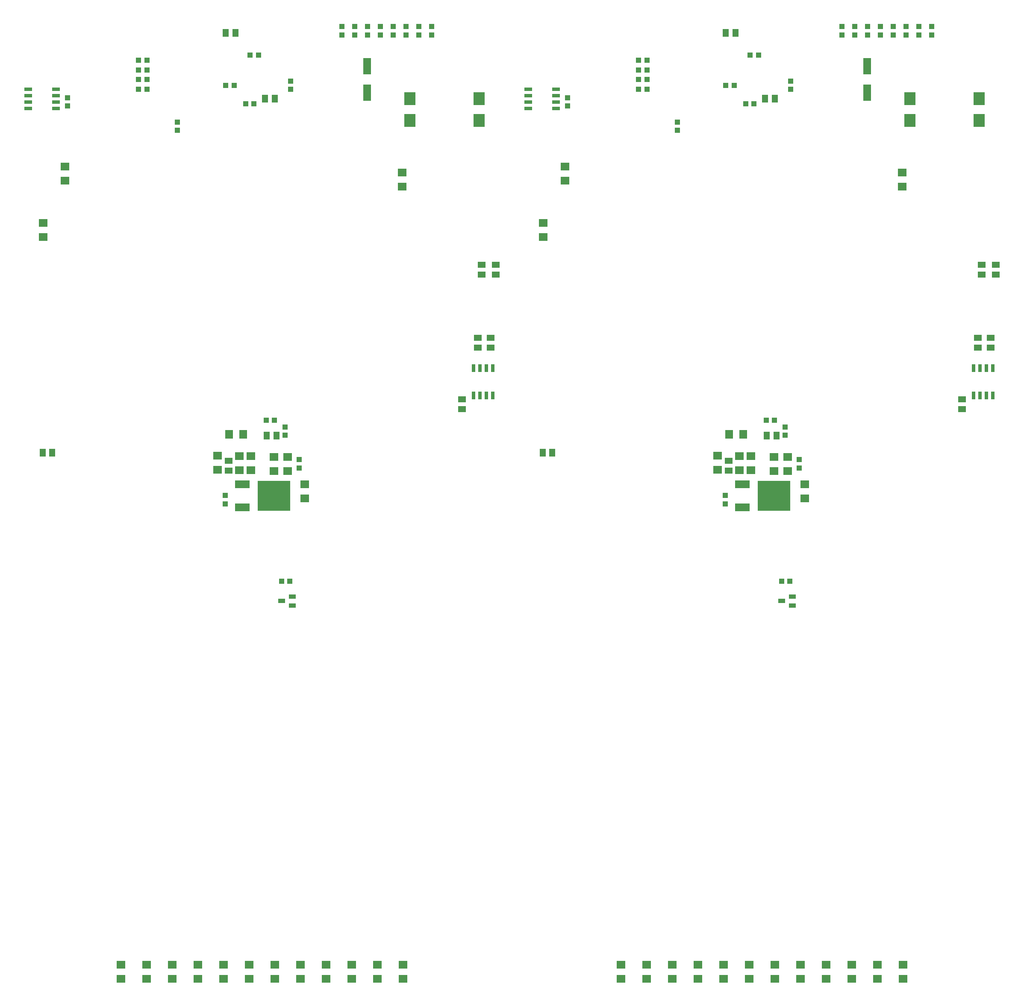
<source format=gbp>
%FSLAX25Y25*%
%MOIN*%
G70*
G01*
G75*
G04 Layer_Color=128*
%ADD10C,0.05000*%
%ADD11R,0.06000X0.05500*%
%ADD12R,0.20000X0.07000*%
%ADD13R,0.10000X0.07000*%
%ADD14R,0.07087X0.06299*%
%ADD15R,0.14500X0.05000*%
%ADD16O,0.07087X0.01181*%
%ADD17O,0.01181X0.07087*%
%ADD18R,0.07087X0.08661*%
%ADD19R,0.01181X0.05118*%
%ADD20R,0.05906X0.05118*%
%ADD21R,0.10630X0.07087*%
%ADD22R,0.05118X0.05906*%
%ADD23R,0.06000X0.08500*%
%ADD24R,0.04331X0.03937*%
%ADD25R,0.03937X0.04331*%
%ADD26R,0.06299X0.07087*%
%ADD27R,0.05600X0.03600*%
%ADD28R,0.06000X0.12500*%
%ADD29R,0.12500X0.06000*%
%ADD30R,0.07000X0.08000*%
%ADD31R,0.09000X0.06500*%
%ADD32C,0.10000*%
%ADD33C,0.05000*%
%ADD34C,0.13000*%
%ADD35C,0.08000*%
%ADD36C,0.01000*%
%ADD37C,0.01200*%
%ADD38C,0.02500*%
%ADD39C,0.02000*%
%ADD40C,0.00800*%
%ADD41C,0.12500*%
G04:AMPARAMS|DCode=42|XSize=55mil|YSize=55mil|CornerRadius=13.75mil|HoleSize=0mil|Usage=FLASHONLY|Rotation=180.000|XOffset=0mil|YOffset=0mil|HoleType=Round|Shape=RoundedRectangle|*
%AMROUNDEDRECTD42*
21,1,0.05500,0.02750,0,0,180.0*
21,1,0.02750,0.05500,0,0,180.0*
1,1,0.02750,-0.01375,0.01375*
1,1,0.02750,0.01375,0.01375*
1,1,0.02750,0.01375,-0.01375*
1,1,0.02750,-0.01375,-0.01375*
%
%ADD42ROUNDEDRECTD42*%
%ADD43C,0.05500*%
G04:AMPARAMS|DCode=44|XSize=50mil|YSize=50mil|CornerRadius=12.5mil|HoleSize=0mil|Usage=FLASHONLY|Rotation=180.000|XOffset=0mil|YOffset=0mil|HoleType=Round|Shape=RoundedRectangle|*
%AMROUNDEDRECTD44*
21,1,0.05000,0.02500,0,0,180.0*
21,1,0.02500,0.05000,0,0,180.0*
1,1,0.02500,-0.01250,0.01250*
1,1,0.02500,0.01250,0.01250*
1,1,0.02500,0.01250,-0.01250*
1,1,0.02500,-0.01250,-0.01250*
%
%ADD44ROUNDEDRECTD44*%
G04:AMPARAMS|DCode=45|XSize=60mil|YSize=60mil|CornerRadius=15mil|HoleSize=0mil|Usage=FLASHONLY|Rotation=90.000|XOffset=0mil|YOffset=0mil|HoleType=Round|Shape=RoundedRectangle|*
%AMROUNDEDRECTD45*
21,1,0.06000,0.03000,0,0,90.0*
21,1,0.03000,0.06000,0,0,90.0*
1,1,0.03000,0.01500,0.01500*
1,1,0.03000,0.01500,-0.01500*
1,1,0.03000,-0.01500,-0.01500*
1,1,0.03000,-0.01500,0.01500*
%
%ADD45ROUNDEDRECTD45*%
%ADD46C,0.06000*%
%ADD47C,0.07500*%
%ADD48C,0.06200*%
%ADD49R,0.06200X0.06200*%
%ADD50C,0.10000*%
%ADD51C,0.23400*%
%ADD52O,0.10000X0.12000*%
%ADD53O,0.06000X0.06400*%
%ADD54R,0.06000X0.06400*%
%ADD55R,0.06200X0.06200*%
%ADD56C,0.08000*%
%ADD57C,0.03000*%
%ADD58R,0.25590X0.23622*%
%ADD59R,0.11800X0.06300*%
%ADD60R,0.02500X0.06000*%
%ADD61R,0.06000X0.02500*%
%ADD62R,0.09000X0.10000*%
%ADD63C,0.03000*%
%ADD64C,0.00984*%
%ADD65C,0.02362*%
%ADD66C,0.01600*%
%ADD67C,0.00787*%
%ADD68C,0.00699*%
%ADD69C,0.01500*%
%ADD70C,0.00500*%
%ADD71R,0.19000X0.55500*%
G04:AMPARAMS|DCode=72|XSize=51.06mil|YSize=51.06mil|CornerRadius=12.77mil|HoleSize=0mil|Usage=FLASHONLY|Rotation=0.000|XOffset=0mil|YOffset=0mil|HoleType=Round|Shape=RoundedRectangle|*
%AMROUNDEDRECTD72*
21,1,0.05106,0.02553,0,0,0.0*
21,1,0.02553,0.05106,0,0,0.0*
1,1,0.02553,0.01277,-0.01277*
1,1,0.02553,-0.01277,-0.01277*
1,1,0.02553,-0.01277,0.01277*
1,1,0.02553,0.01277,0.01277*
%
%ADD72ROUNDEDRECTD72*%
%ADD73C,0.05106*%
%ADD74P,0.09051X4X270.0*%
%ADD75R,0.06000X0.06000*%
%ADD76O,0.10200X0.12200*%
%ADD77P,0.09051X4X360.0*%
%ADD78R,0.06890X0.08465*%
%ADD79R,0.06800X0.06300*%
%ADD80R,0.20800X0.07800*%
%ADD81R,0.10800X0.07800*%
%ADD82R,0.07887X0.07099*%
%ADD83R,0.15300X0.05800*%
%ADD84O,0.07387X0.01481*%
%ADD85O,0.01481X0.07387*%
%ADD86R,0.07874X0.09449*%
%ADD87R,0.01481X0.05418*%
%ADD88R,0.06706X0.05918*%
%ADD89R,0.11430X0.07887*%
%ADD90R,0.05918X0.06706*%
%ADD91R,0.06800X0.09300*%
%ADD92R,0.05131X0.04737*%
%ADD93R,0.04737X0.05131*%
%ADD94R,0.07099X0.07887*%
%ADD95R,0.06400X0.04400*%
%ADD96R,0.06800X0.13300*%
%ADD97R,0.13300X0.06800*%
%ADD98R,0.07800X0.08800*%
%ADD99R,0.09800X0.07300*%
%ADD100C,0.13300*%
G04:AMPARAMS|DCode=101|XSize=63mil|YSize=63mil|CornerRadius=17.75mil|HoleSize=0mil|Usage=FLASHONLY|Rotation=180.000|XOffset=0mil|YOffset=0mil|HoleType=Round|Shape=RoundedRectangle|*
%AMROUNDEDRECTD101*
21,1,0.06300,0.02750,0,0,180.0*
21,1,0.02750,0.06300,0,0,180.0*
1,1,0.03550,-0.01375,0.01375*
1,1,0.03550,0.01375,0.01375*
1,1,0.03550,0.01375,-0.01375*
1,1,0.03550,-0.01375,-0.01375*
%
%ADD101ROUNDEDRECTD101*%
%ADD102C,0.06300*%
%ADD103C,0.05800*%
G04:AMPARAMS|DCode=104|XSize=58mil|YSize=58mil|CornerRadius=16.5mil|HoleSize=0mil|Usage=FLASHONLY|Rotation=180.000|XOffset=0mil|YOffset=0mil|HoleType=Round|Shape=RoundedRectangle|*
%AMROUNDEDRECTD104*
21,1,0.05800,0.02500,0,0,180.0*
21,1,0.02500,0.05800,0,0,180.0*
1,1,0.03300,-0.01250,0.01250*
1,1,0.03300,0.01250,0.01250*
1,1,0.03300,0.01250,-0.01250*
1,1,0.03300,-0.01250,-0.01250*
%
%ADD104ROUNDEDRECTD104*%
G04:AMPARAMS|DCode=105|XSize=68mil|YSize=68mil|CornerRadius=19mil|HoleSize=0mil|Usage=FLASHONLY|Rotation=90.000|XOffset=0mil|YOffset=0mil|HoleType=Round|Shape=RoundedRectangle|*
%AMROUNDEDRECTD105*
21,1,0.06800,0.03000,0,0,90.0*
21,1,0.03000,0.06800,0,0,90.0*
1,1,0.03800,0.01500,0.01500*
1,1,0.03800,0.01500,-0.01500*
1,1,0.03800,-0.01500,-0.01500*
1,1,0.03800,-0.01500,0.01500*
%
%ADD105ROUNDEDRECTD105*%
%ADD106C,0.06800*%
%ADD107C,0.08300*%
%ADD108C,0.07000*%
%ADD109R,0.07000X0.07000*%
%ADD110C,0.10800*%
%ADD111C,0.24200*%
%ADD112O,0.10800X0.12800*%
%ADD113O,0.06800X0.07200*%
%ADD114R,0.06800X0.07200*%
%ADD115R,0.07000X0.07000*%
%ADD116R,0.26391X0.24422*%
%ADD117R,0.12600X0.07100*%
%ADD118R,0.03300X0.06800*%
%ADD119R,0.06800X0.03300*%
%ADD120R,0.09800X0.10800*%
G54D14*
X211000Y471500D02*
D03*
Y460500D02*
D03*
X228000Y471000D02*
D03*
Y460000D02*
D03*
X237000Y471000D02*
D03*
Y460000D02*
D03*
X265500Y470500D02*
D03*
Y459500D02*
D03*
X255000Y470500D02*
D03*
Y459500D02*
D03*
X279000Y449000D02*
D03*
Y438000D02*
D03*
X92000Y686000D02*
D03*
Y697000D02*
D03*
X355000Y692500D02*
D03*
Y681500D02*
D03*
X135500Y62900D02*
D03*
Y73900D02*
D03*
X155500Y62900D02*
D03*
Y73900D02*
D03*
X175500Y62900D02*
D03*
Y73900D02*
D03*
X195500Y62900D02*
D03*
Y73900D02*
D03*
X275500Y62900D02*
D03*
Y73900D02*
D03*
X255500Y62900D02*
D03*
Y73900D02*
D03*
X235500Y62900D02*
D03*
Y73900D02*
D03*
X215500Y62900D02*
D03*
Y73900D02*
D03*
X295500Y62900D02*
D03*
Y73900D02*
D03*
X315500Y62900D02*
D03*
Y73900D02*
D03*
X335500Y62900D02*
D03*
Y73900D02*
D03*
X355500Y62900D02*
D03*
Y73900D02*
D03*
X75000Y642000D02*
D03*
Y653000D02*
D03*
X601000Y471500D02*
D03*
Y460500D02*
D03*
X618000Y471000D02*
D03*
Y460000D02*
D03*
X627000Y471000D02*
D03*
Y460000D02*
D03*
X655500Y470500D02*
D03*
Y459500D02*
D03*
X645000Y470500D02*
D03*
Y459500D02*
D03*
X669000Y449000D02*
D03*
Y438000D02*
D03*
X482000Y686000D02*
D03*
Y697000D02*
D03*
X745000Y692500D02*
D03*
Y681500D02*
D03*
X525500Y62900D02*
D03*
Y73900D02*
D03*
X545500Y62900D02*
D03*
Y73900D02*
D03*
X565500Y62900D02*
D03*
Y73900D02*
D03*
X585500Y62900D02*
D03*
Y73900D02*
D03*
X665500Y62900D02*
D03*
Y73900D02*
D03*
X645500Y62900D02*
D03*
Y73900D02*
D03*
X625500Y62900D02*
D03*
Y73900D02*
D03*
X605500Y62900D02*
D03*
Y73900D02*
D03*
X685500Y62900D02*
D03*
Y73900D02*
D03*
X705500Y62900D02*
D03*
Y73900D02*
D03*
X725500Y62900D02*
D03*
Y73900D02*
D03*
X745500Y62900D02*
D03*
Y73900D02*
D03*
X465000Y642000D02*
D03*
Y653000D02*
D03*
G54D20*
X424000Y563250D02*
D03*
Y555750D02*
D03*
X414000Y563250D02*
D03*
Y555750D02*
D03*
X219500Y467250D02*
D03*
Y459750D02*
D03*
X401500Y507750D02*
D03*
Y515250D02*
D03*
X428000Y620250D02*
D03*
Y612750D02*
D03*
X417000Y620250D02*
D03*
Y612750D02*
D03*
X814000Y563250D02*
D03*
Y555750D02*
D03*
X804000Y563250D02*
D03*
Y555750D02*
D03*
X609500Y467250D02*
D03*
Y459750D02*
D03*
X791500Y507750D02*
D03*
Y515250D02*
D03*
X818000Y620250D02*
D03*
Y612750D02*
D03*
X807000Y620250D02*
D03*
Y612750D02*
D03*
G54D22*
X255550Y750100D02*
D03*
X248050D02*
D03*
X82050Y473600D02*
D03*
X74550D02*
D03*
X249250Y487000D02*
D03*
X256750D02*
D03*
X224750Y801500D02*
D03*
X217250D02*
D03*
X645550Y750100D02*
D03*
X638050D02*
D03*
X472050Y473600D02*
D03*
X464550D02*
D03*
X639250Y487000D02*
D03*
X646750D02*
D03*
X614750Y801500D02*
D03*
X607250D02*
D03*
G54D24*
X248750Y499000D02*
D03*
X255250D02*
D03*
X155750Y757500D02*
D03*
X149250D02*
D03*
X155750Y765000D02*
D03*
X149250D02*
D03*
X155750Y780000D02*
D03*
X149250D02*
D03*
X155750Y772500D02*
D03*
X149250D02*
D03*
X232750Y746000D02*
D03*
X239250D02*
D03*
X217250Y760500D02*
D03*
X223750D02*
D03*
X236250Y784000D02*
D03*
X242750D02*
D03*
X260750Y373500D02*
D03*
X267250D02*
D03*
X638750Y499000D02*
D03*
X645250D02*
D03*
X545750Y757500D02*
D03*
X539250D02*
D03*
X545750Y765000D02*
D03*
X539250D02*
D03*
X545750Y780000D02*
D03*
X539250D02*
D03*
X545750Y772500D02*
D03*
X539250D02*
D03*
X622750Y746000D02*
D03*
X629250D02*
D03*
X607250Y760500D02*
D03*
X613750D02*
D03*
X626250Y784000D02*
D03*
X632750D02*
D03*
X650750Y373500D02*
D03*
X657250D02*
D03*
G54D25*
X274500Y461750D02*
D03*
Y468250D02*
D03*
X217000Y440250D02*
D03*
Y433750D02*
D03*
X337900Y799750D02*
D03*
Y806250D02*
D03*
X327900Y799750D02*
D03*
Y806250D02*
D03*
X317900Y799750D02*
D03*
Y806250D02*
D03*
X307900Y799750D02*
D03*
Y806250D02*
D03*
X377900Y799750D02*
D03*
Y806250D02*
D03*
X367900Y799750D02*
D03*
Y806250D02*
D03*
X357900Y799750D02*
D03*
Y806250D02*
D03*
X347900Y799750D02*
D03*
Y806250D02*
D03*
X179500Y731750D02*
D03*
Y725250D02*
D03*
X263500Y487250D02*
D03*
Y493750D02*
D03*
X268000Y757250D02*
D03*
Y763750D02*
D03*
X94000Y750750D02*
D03*
Y744250D02*
D03*
X664500Y461750D02*
D03*
Y468250D02*
D03*
X607000Y440250D02*
D03*
Y433750D02*
D03*
X727900Y799750D02*
D03*
Y806250D02*
D03*
X717900Y799750D02*
D03*
Y806250D02*
D03*
X707900Y799750D02*
D03*
Y806250D02*
D03*
X697900Y799750D02*
D03*
Y806250D02*
D03*
X767900Y799750D02*
D03*
Y806250D02*
D03*
X757900Y799750D02*
D03*
Y806250D02*
D03*
X747900Y799750D02*
D03*
Y806250D02*
D03*
X737900Y799750D02*
D03*
Y806250D02*
D03*
X569500Y731750D02*
D03*
Y725250D02*
D03*
X653500Y487250D02*
D03*
Y493750D02*
D03*
X658000Y757250D02*
D03*
Y763750D02*
D03*
X484000Y750750D02*
D03*
Y744250D02*
D03*
G54D26*
X231000Y488000D02*
D03*
X220000D02*
D03*
X621000D02*
D03*
X610000D02*
D03*
G54D27*
X269250Y354500D02*
D03*
X260750Y358000D02*
D03*
X269250Y361500D02*
D03*
X659250Y354500D02*
D03*
X650750Y358000D02*
D03*
X659250Y361500D02*
D03*
G54D28*
X327500Y754750D02*
D03*
Y775250D02*
D03*
X717500Y754750D02*
D03*
Y775250D02*
D03*
G54D58*
X254803Y440000D02*
D03*
X644803D02*
D03*
G54D59*
X230197Y430945D02*
D03*
Y449055D02*
D03*
X620197Y430945D02*
D03*
Y449055D02*
D03*
G54D60*
X410500Y518250D02*
D03*
Y539750D02*
D03*
X420500Y518250D02*
D03*
X415500D02*
D03*
X425500D02*
D03*
X420500Y539750D02*
D03*
X415500D02*
D03*
X425500D02*
D03*
X800500Y518250D02*
D03*
Y539750D02*
D03*
X810500Y518250D02*
D03*
X805500D02*
D03*
X815500D02*
D03*
X810500Y539750D02*
D03*
X805500D02*
D03*
X815500D02*
D03*
G54D61*
X63250Y757500D02*
D03*
X84750D02*
D03*
X63250Y747500D02*
D03*
Y752500D02*
D03*
Y742500D02*
D03*
X84750Y747500D02*
D03*
Y752500D02*
D03*
Y742500D02*
D03*
X453250Y757500D02*
D03*
X474750D02*
D03*
X453250Y747500D02*
D03*
Y752500D02*
D03*
Y742500D02*
D03*
X474750Y747500D02*
D03*
Y752500D02*
D03*
Y742500D02*
D03*
G54D62*
X361000Y750000D02*
D03*
Y733000D02*
D03*
X415000D02*
D03*
Y750000D02*
D03*
X751000D02*
D03*
Y733000D02*
D03*
X805000D02*
D03*
Y750000D02*
D03*
M02*

</source>
